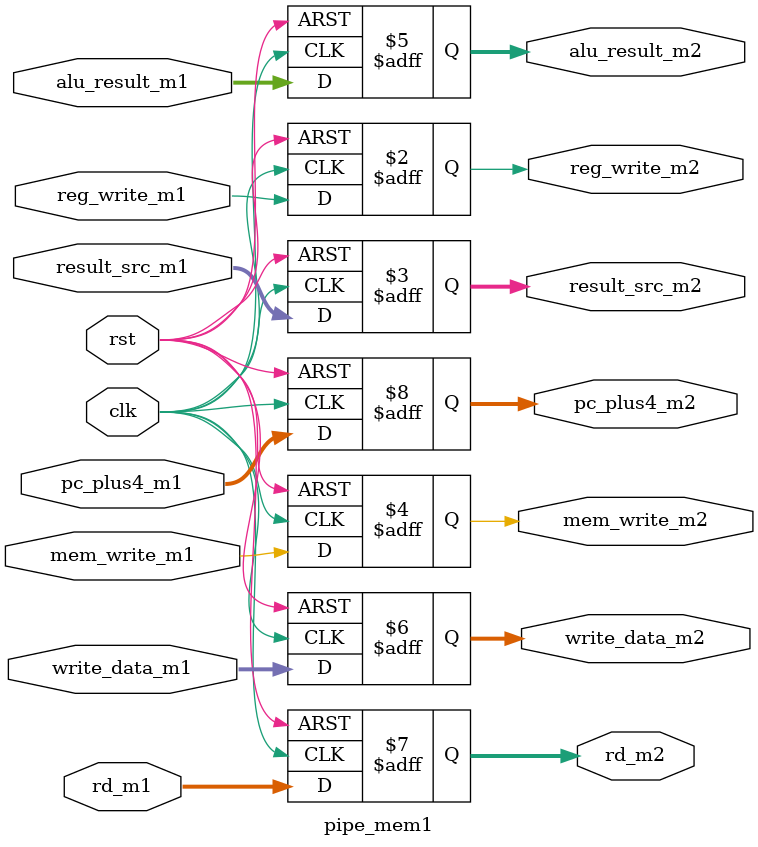
<source format=sv>
module pipe_mem1(
    input logic clk,
    input logic rst,
    
    input logic        reg_write_m1,
    input logic [1:0]  result_src_m1,
    input logic        mem_write_m1,
    input logic [31:0] alu_result_m1,
    input logic [31:0] write_data_m1,
    input logic [4:0]  rd_m1,
    input logic [31:0] pc_plus4_m1,
    
    output logic        reg_write_m2,
    output logic [1:0]  result_src_m2,
    output logic        mem_write_m2,
    output logic [31:0] alu_result_m2,
    output logic [31:0] write_data_m2,
    output logic [4:0]  rd_m2,
    output logic [31:0] pc_plus4_m2
);

    always_ff @(posedge clk or posedge rst) begin
        if (rst) begin
            reg_write_m2   <= 1'b0;
            result_src_m2  <= 2'b0;
            mem_write_m2   <= 1'b0;
            alu_result_m2  <= 32'b0;
            write_data_m2  <= 32'b0;
            rd_m2          <= 5'b0;
            pc_plus4_m2    <= 32'b0;
        end else begin
            reg_write_m2   <= reg_write_m1;
            result_src_m2  <= result_src_m1;
            mem_write_m2   <= mem_write_m1;
            alu_result_m2  <= alu_result_m1;
            write_data_m2  <= write_data_m1;
            rd_m2          <= rd_m1;
            pc_plus4_m2    <= pc_plus4_m1;
        end
    end

endmodule
</source>
